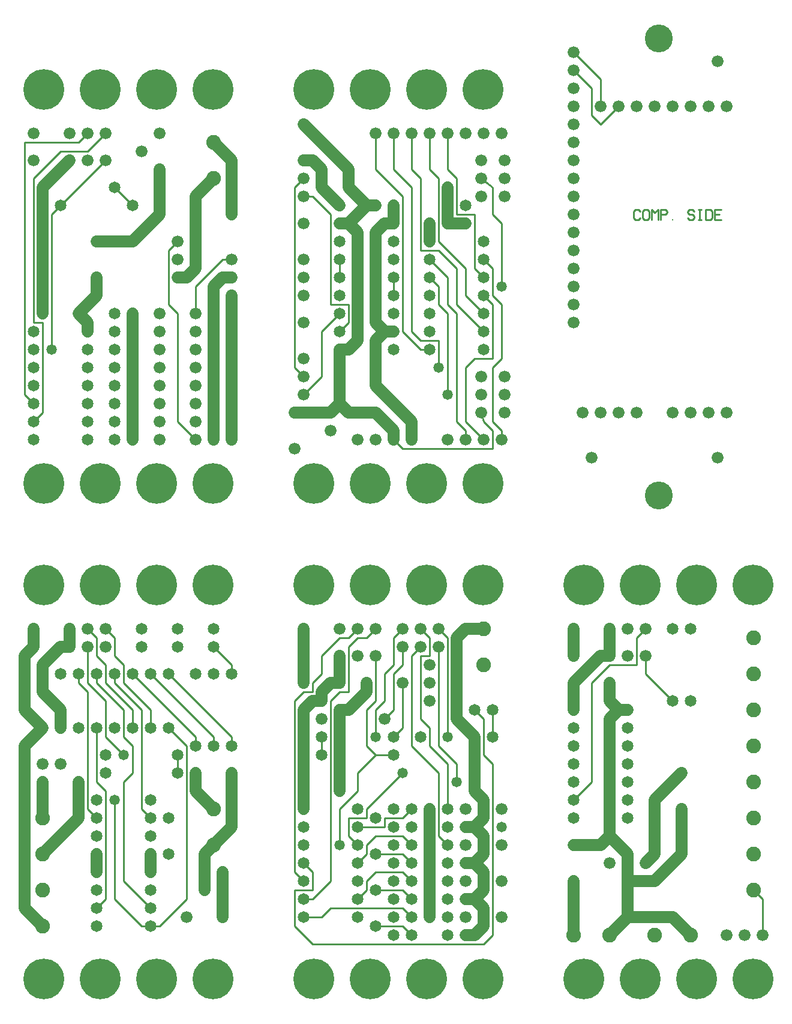
<source format=gtl>
%MOIN*%
%FSLAX25Y25*%
G04 D10 used for Character Trace; *
G04     Circle (OD=.01000) (No hole)*
G04 D11 used for Power Trace; *
G04     Circle (OD=.06700) (No hole)*
G04 D12 used for Signal Trace; *
G04     Circle (OD=.01100) (No hole)*
G04 D13 used for Via; *
G04     Circle (OD=.05800) (Round. Hole ID=.02800)*
G04 D14 used for Component hole; *
G04     Circle (OD=.06500) (Round. Hole ID=.03500)*
G04 D15 used for Component hole; *
G04     Circle (OD=.06600) (Round. Hole ID=.04200)*
G04 D16 used for Component hole; *
G04     Circle (OD=.08200) (Round. Hole ID=.05200)*
G04 D17 used for Component hole; *
G04     Circle (OD=.08900) (Round. Hole ID=.05900)*
G04 D18 used for Component hole; *
G04     Circle (OD=.11600) (Round. Hole ID=.08600)*
G04 D19 used for Component hole; *
G04     Circle (OD=.15500) (Round. Hole ID=.12500)*
G04 D20 used for Component hole; *
G04     Circle (OD=.18200) (Round. Hole ID=.15200)*
G04 D21 used for Component hole; *
G04     Circle (OD=.22600) (Round. Hole ID=.19600)*
%ADD10C,.01000*%
%ADD11C,.06700*%
%ADD12C,.01100*%
%ADD13C,.05800*%
%ADD14C,.06500*%
%ADD15C,.06600*%
%ADD16C,.08200*%
%ADD17C,.08900*%
%ADD18C,.11600*%
%ADD19C,.15500*%
%ADD20C,.18200*%
%ADD21C,.22600*%
%IPPOS*%
%LPD*%
G90*X0Y0D02*D21*X15625Y15625D03*D14*              
X45000Y45000D03*D16*X15000D03*D11*X5000Y55000D01* 
Y95000D01*D13*D03*D11*Y135000D01*D15*D03*D11*     
Y145000D01*X15000Y155000D01*D14*D03*D11*          
X5000Y165000D01*Y195000D01*X10000Y200000D01*D15*  
D03*D11*Y210000D01*D15*D03*D11*X15000Y190000D02*  
X25000Y200000D01*X15000Y175000D02*Y190000D01*D14* 
Y175000D03*D11*X25000Y165000D01*Y155000D01*D14*   
D03*X35000D03*D12*X40000Y110000D02*Y175000D01*    
X45000Y105000D02*X40000Y110000D01*D14*            
X45000Y105000D03*D13*X55000Y115000D03*D12*        
Y60000D01*X70000Y45000D01*X75000D01*D14*D03*D12*  
X80000D01*X95000Y60000D01*Y145000D01*             
X85000Y155000D01*D14*D03*D12*X75000D02*Y165000D01*
D14*Y155000D03*D12*X65000D02*Y165000D01*D14*      
Y155000D03*D12*Y145000D02*X60000Y150000D01*       
X65000Y130000D02*Y145000D01*X60000Y125000D02*     
X65000Y130000D01*X60000Y70000D02*Y125000D01*      
X75000Y55000D02*X60000Y70000D01*D14*              
X75000Y55000D03*Y65000D03*D15*X95000Y50000D03*D14*
X75000Y75000D03*D11*Y85000D01*D14*D03*X85000D03*  
X75000Y95000D03*X85000Y105000D03*X75000D03*D12*   
X70000Y110000D01*Y165000D01*X55000Y180000D01*     
Y185000D01*D14*D03*D12*X75000Y165000D02*          
X60000Y180000D01*X65000Y165000D02*                
X50000Y180000D01*Y190000D01*X45000Y195000D01*     
Y205000D01*X40000Y210000D01*D15*D03*              
X50000Y200000D03*X30000D03*D11*X25000D01*         
X30000D02*Y210000D01*D15*D03*X40000Y200000D03*D12*
Y180000D01*X50000Y170000D01*Y150000D01*           
X60000Y140000D01*D13*D03*D14*X50000Y130000D03*D12*
X60000Y150000D02*Y165000D01*X45000Y180000D01*     
Y185000D01*D14*D03*D12*X60000Y190000D02*          
X55000Y195000D01*X60000Y180000D02*Y190000D01*D14* 
X65000Y185000D03*D12*X100000Y150000D01*Y145000D01*
D14*D03*X110000D03*D12*Y150000D01*                
X75000Y185000D01*D14*D03*X85000D03*D12*           
X120000Y150000D01*Y145000D01*D14*D03*Y130000D03*  
D11*Y100000D01*X110000Y90000D01*D16*D03*D11*      
X105000Y85000D01*Y65000D01*D13*D03*               
X115000Y75000D03*D11*Y50000D01*D15*D03*D21*       
X78125Y15625D03*X109375D03*D16*X110000Y110000D03* 
D11*X100000Y120000D01*Y130000D01*D14*D03*         
X90000Y140000D03*D12*Y130000D01*D14*D03*          
X75000Y115000D03*X55000Y155000D03*                
X50000Y140000D03*D12*Y60000D02*Y120000D01*        
X45000Y55000D02*X50000Y60000D01*D14*              
X45000Y55000D03*Y65000D03*Y75000D03*D11*Y85000D01*
D14*D03*Y95000D03*D11*X15000Y85000D02*            
X35000Y105000D01*D16*X15000Y85000D03*D11*         
X35000Y105000D02*Y125000D01*D14*D03*              
X45000Y115000D03*D15*X25000Y135000D03*D12*        
X50000Y120000D02*X45000Y125000D01*Y155000D01*D14* 
D03*D12*X40000Y175000D02*X35000Y180000D01*        
Y185000D01*D14*D03*X25000D03*D12*X55000Y195000D02*
Y205000D01*X50000Y210000D01*D15*D03*D14*          
X70000Y200000D03*Y210000D03*D21*X46875Y234375D03* 
X78125D03*X15625D03*D14*X90000Y200000D03*         
Y210000D03*X100000Y185000D03*X110000D03*          
Y200000D03*D12*X120000Y190000D01*Y185000D01*D14*  
D03*X110000Y210000D03*D21*X109375Y234375D03*D15*  
X15000Y135000D03*D14*Y125000D03*D11*Y105000D01*   
D16*D03*Y65000D03*D21*X46875Y15625D03*G90*X0Y0D02*
D12*X165000Y35000D02*X155000Y45000D01*            
X165000Y35000D02*X260000D01*X265000Y40000D01*     
Y135000D01*X260000Y140000D01*Y160000D01*          
X255000Y165000D01*D14*D03*X265000D03*D12*         
Y150000D01*D14*D03*D11*X255000Y120000D02*         
Y150000D01*X260000Y115000D02*X255000Y120000D01*   
X260000Y110000D02*Y115000D01*D15*Y110000D03*D11*  
Y105000D01*X255000Y100000D01*X260000Y95000D01*    
Y90000D01*D15*D03*D11*Y85000D01*X255000Y80000D01* 
X260000Y75000D01*Y70000D01*D15*D03*D11*Y65000D01* 
X255000Y60000D01*X260000Y55000D01*Y50000D01*D15*  
D03*D11*Y45000D01*X255000Y40000D01*X250000D01*D14*
D03*X240000Y50000D03*D15*X250000D03*D14*          
X240000Y40000D03*X230000Y50000D03*D11*Y70000D01*  
D14*D03*D11*Y90000D01*D14*D03*D11*Y110000D01*D14* 
D03*X240000Y100000D03*X220000D03*                 
X240000Y110000D03*D12*Y135000D01*                 
X230000Y145000D01*Y155000D01*X225000Y160000D01*   
Y195000D01*X230000D01*Y205000D01*                 
X225000Y210000D01*D15*D03*X235000Y200000D03*D12*  
Y145000D01*X245000Y135000D01*Y125000D01*D13*D03*  
D12*X235000Y95000D02*Y130000D01*X240000Y90000D02* 
X235000Y95000D01*D14*X240000Y90000D03*            
X250000Y80000D03*D11*X255000D01*D15*              
X250000Y70000D03*Y90000D03*X270000Y70000D03*D14*  
X240000Y80000D03*D15*X270000Y90000D03*D14*        
X240000Y70000D03*D13*X270000Y100000D03*D14*       
X240000Y60000D03*X250000D03*D11*X255000D01*D15*   
X270000Y50000D03*D14*X220000Y90000D03*D12*        
X215000Y95000D01*X200000D01*X195000Y90000D01*     
Y85000D01*X190000Y80000D01*D14*D03*D13*           
X180000Y90000D03*D12*Y110000D01*X190000Y120000D01*
Y130000D01*X200000Y140000D01*X210000D01*D14*D03*  
D13*X200000Y150000D03*D12*Y165000D01*             
X205000Y170000D01*Y185000D01*X210000Y190000D01*   
Y205000D01*X215000Y210000D01*D15*D03*             
X225000Y200000D03*D12*X220000Y195000D01*          
Y145000D01*X235000Y130000D01*D11*                 
X255000Y150000D02*X245000Y160000D01*Y205000D01*   
X250000Y210000D01*X260000D01*D16*D03*Y190000D03*  
D12*X240000Y150000D02*Y205000D01*D13*Y150000D03*  
D14*X225000D03*D15*X230000Y170000D03*D12*         
X210000Y150000D02*X215000Y155000D01*D14*          
X210000Y150000D03*D12*X215000Y155000D02*          
Y180000D01*D15*D03*D12*X210000Y165000D02*         
Y185000D01*X205000Y160000D02*X210000Y165000D01*   
D15*X205000Y160000D03*D12*X195000Y145000D02*      
Y165000D01*X200000Y140000D02*X195000Y145000D01*   
D13*X215000Y130000D03*D12*X195000Y110000D01*      
Y105000D01*X185000D01*Y95000D01*X190000Y90000D01* 
D14*D03*X200000Y85000D03*D12*X215000D01*          
X220000Y80000D01*D14*D03*D12*Y70000D02*           
X215000Y75000D01*D14*X220000Y70000D03*D12*        
X200000Y75000D02*X215000D01*X195000Y70000D02*     
X200000Y75000D01*X195000Y65000D02*Y70000D01*      
X190000Y60000D02*X195000Y65000D01*D14*            
X190000Y60000D03*Y70000D03*Y50000D03*             
X200000Y65000D03*D12*X215000D01*X220000Y60000D01* 
D14*D03*D12*Y50000D02*X215000Y55000D01*D14*       
X220000Y50000D03*D12*X175000Y55000D02*X215000D01* 
X170000Y50000D02*X175000Y55000D01*                
X160000Y50000D02*X170000D01*D14*X160000D03*D12*   
X155000Y45000D02*Y65000D01*X165000D01*Y75000D01*  
X160000Y80000D01*D14*D03*D12*Y70000D02*           
X155000Y75000D01*D14*X160000Y70000D03*D12*        
X155000Y75000D02*Y170000D01*X160000Y175000D01*    
X165000D01*Y180000D01*X170000Y185000D01*          
Y195000D01*X180000Y205000D01*X185000D01*          
X190000Y210000D01*D15*D03*D12*Y205000D02*         
X195000D01*X185000Y200000D02*X190000Y205000D01*   
X185000Y175000D02*Y200000D01*X180000Y175000D02*   
X185000D01*X175000Y170000D02*X180000Y175000D01*   
X175000Y70000D02*Y170000D01*X165000Y60000D02*     
X175000Y70000D01*X160000Y60000D02*X165000D01*D14* 
X160000D03*Y90000D03*X190000Y100000D03*D12*       
X205000D01*Y105000D01*X215000D01*                 
X220000Y110000D01*D14*D03*X210000Y100000D03*      
Y110000D03*Y90000D03*X200000Y105000D03*           
X250000Y100000D03*D11*X255000D01*D15*             
X250000Y110000D03*X270000D03*D14*X210000Y80000D03*
Y70000D03*Y60000D03*Y50000D03*X200000Y45000D03*   
D12*X215000D01*X220000Y40000D01*D14*D03*          
X210000D03*D21*X196875Y15625D03*X228125D03*       
X259375D03*X165625D03*D14*X160000Y100000D03*      
X190000Y110000D03*X160000D03*D11*Y120000D01*D14*  
D03*D11*Y165000D01*X165000Y170000D01*X170000D01*  
Y175000D01*X175000Y180000D01*X180000D01*D15*D03*  
D11*Y195000D01*D15*D03*X190000D03*                
X195000Y180000D03*D11*Y175000D01*                 
X185000Y165000D01*X180000D01*D13*D03*D11*         
Y120000D01*D14*D03*X170000Y140000D03*D12*         
Y150000D01*D14*D03*D15*Y160000D03*D12*            
X195000Y165000D02*X200000Y170000D01*Y195000D01*   
D15*D03*D12*X210000Y185000D02*X215000Y190000D01*  
Y200000D01*D15*D03*X230000Y190000D03*             
X200000Y210000D03*D12*X195000Y205000D01*D15*      
X180000Y210000D03*D21*X165625Y234375D03*          
X196875D03*D15*X230000Y180000D03*                 
X160000Y210000D03*D11*Y195000D01*D15*D03*D11*     
Y180000D01*D15*D03*D21*X228125Y234375D03*D15*     
X235000Y210000D03*D12*X240000Y205000D01*D21*      
X259375Y234375D03*G90*X0Y0D02*D16*                
X310000Y40000D03*D11*Y70000D01*D14*D03*D11*       
Y90000D02*X325000D01*D14*X310000D03*D11*          
X325000D02*X330000Y95000D01*X340000Y85000D01*     
Y70000D01*D15*D03*D11*Y50000D01*X330000Y40000D01* 
D16*D03*D11*X340000Y50000D02*X365000D01*          
X375000Y40000D01*D16*D03*D15*X395000D03*D16*      
X355000D03*D21*X378125Y15625D03*D15*              
X405000Y40000D03*D11*X340000Y70000D02*X355000D01* 
D15*X350000Y80000D03*D11*X355000Y85000D01*        
Y115000D01*X370000Y130000D01*D15*D03*Y110000D03*  
D11*Y85000D01*X355000Y70000D01*X330000Y95000D02*  
Y160000D01*X335000Y165000D01*X340000D01*D14*D03*  
D11*X335000D02*X330000Y170000D01*Y180000D01*D14*  
D03*D12*X320000D02*X330000Y190000D01*             
X320000Y125000D02*Y180000D01*X310000Y115000D02*   
X320000Y125000D01*D14*X310000Y115000D03*          
Y125000D03*Y105000D03*Y135000D03*                 
X340000Y145000D03*Y105000D03*Y115000D03*          
X310000Y145000D03*X340000Y125000D03*Y135000D03*   
D15*X330000Y80000D03*D14*X340000Y155000D03*       
X310000D03*Y165000D03*D11*Y180000D01*D14*D03*D11* 
X325000Y195000D01*X330000D01*D15*D03*D11*         
Y210000D01*D15*D03*X340000D03*D12*                
X345000Y190000D02*Y205000D01*X330000Y190000D02*   
X345000D01*D15*X340000Y195000D03*D12*             
X345000Y205000D02*X350000Y210000D01*D15*D03*D14*  
X365000D03*D15*X350000Y195000D03*D12*Y185000D01*  
X365000Y170000D01*D14*D03*X375000D03*Y210000D03*  
D16*X410000Y125000D03*Y145000D03*Y165000D03*      
Y185000D03*Y205000D03*D15*X310000Y210000D03*D11*  
Y195000D01*D15*D03*D21*X346875Y234375D03*         
X315625D03*X378125D03*D16*X410000Y105000D03*D21*  
X409375Y234375D03*D16*X410000Y85000D03*Y65000D03* 
D12*X415000Y60000D01*Y40000D01*D15*D03*D21*       
X409375Y15625D03*X346875D03*X315625D03*G90*       
X0Y0D02*X109375Y290625D03*X78125D03*X46875D03*    
X15625D03*D15*X120000Y315000D03*D11*Y325000D01*   
D15*D03*D11*Y335000D01*D15*D03*D11*Y345000D01*D15*
D03*D11*Y355000D01*D15*D03*D11*Y365000D01*D15*D03*
D11*Y375000D01*D15*D03*D11*Y385000D01*D15*D03*D11*
Y395000D01*D15*D03*X110000Y385000D03*D11*         
Y375000D01*D15*D03*D11*Y365000D01*D15*D03*D11*    
Y355000D01*D15*D03*D11*Y345000D01*D15*D03*D11*    
Y335000D01*D15*D03*D11*Y325000D01*D15*D03*D11*    
Y315000D01*D15*D03*X100000Y325000D03*Y315000D03*  
D12*X90000Y325000D01*Y385000D01*X85000Y390000D01* 
Y420000D01*X90000Y425000D01*D15*D03*Y415000D03*   
D14*X100000Y440000D03*D11*Y410000D01*             
X95000Y405000D01*X90000D01*D15*D03*D12*           
X100000Y385000D02*Y400000D01*D15*Y385000D03*D11*  
X110000D02*Y400000D01*X115000Y405000D01*          
X120000D01*D15*D03*Y415000D03*D12*X115000D01*     
X100000Y400000D01*D15*X80000Y385000D03*Y375000D03*
X100000D03*D14*X65000Y365000D03*D11*Y355000D01*   
D14*D03*D11*Y345000D01*D14*D03*D11*Y335000D01*D14*
D03*D11*Y325000D01*D14*D03*D11*Y315000D01*D14*D03*
X55000Y325000D03*Y315000D03*D15*X80000D03*        
Y325000D03*Y335000D03*D14*X55000D03*X40000D03*    
Y325000D03*Y315000D03*D15*X80000Y345000D03*D14*   
X55000D03*X40000D03*D15*X100000Y335000D03*        
Y345000D03*Y355000D03*X80000D03*D14*X55000D03*    
X40000D03*D15*X100000Y365000D03*X80000D03*D12*    
X10000Y325000D02*X15000Y330000D01*D14*            
X10000Y325000D03*D12*X15000Y330000D02*Y380000D01* 
X10000D01*Y460000D01*X25000Y475000D01*X40000D01*  
X50000Y485000D01*D15*D03*X40000D03*D12*           
X35000Y480000D01*X5000D01*Y340000D01*             
X10000Y335000D01*D14*D03*Y345000D03*Y355000D03*   
Y315000D03*X40000Y365000D03*D13*X20000D03*D12*    
Y440000D01*X25000Y445000D01*D14*D03*D12*          
X50000Y470000D01*D15*D03*X40000D03*D14*           
X55000Y455000D03*D12*X65000Y445000D01*D14*D03*D11*
Y425000D02*X80000Y440000D01*X45000Y425000D02*     
X65000D01*D15*X45000D03*Y405000D03*D11*Y395000D01*
X35000Y385000D01*D14*D03*D11*X40000Y380000D01*    
Y375000D01*D14*D03*X55000Y365000D03*Y375000D03*   
Y385000D03*D11*X65000Y365000D02*Y375000D01*D14*   
D03*D11*Y385000D01*D14*D03*X15000D03*D11*         
Y455000D01*D14*D03*D11*X30000Y470000D01*D15*D03*  
Y485000D03*X10000D03*Y470000D03*D21*              
X46875Y509375D03*D15*X70000Y475000D03*D21*        
X15625Y509375D03*D11*X80000Y440000D02*Y465000D01* 
D15*D03*D11*X100000Y440000D02*Y450000D01*         
X110000Y460000D01*D16*D03*D11*X120000Y440000D02*  
Y470000D01*D14*Y440000D03*D11*Y470000D02*         
X110000Y480000D01*D16*D03*D21*X78125Y509375D03*   
D15*X80000Y485000D03*D21*X109375Y509375D03*D14*   
X10000Y375000D03*Y365000D03*G90*X0Y0D02*D21*      
X259375Y290625D03*X228125D03*X196875D03*          
X165625D03*D12*X215000Y310000D02*X265000D01*      
X215000D02*X210000Y315000D01*D15*D03*D11*         
Y320000D01*X200000Y330000D01*X185000D01*          
X180000Y335000D01*X175000Y330000D01*X155000D01*   
D15*D03*X160000Y340000D03*D12*X170000Y350000D01*  
Y375000D01*X180000Y385000D01*D14*D03*D12*         
Y375000D02*X185000Y380000D01*D14*                 
X180000Y375000D03*D12*X185000Y380000D02*          
Y390000D01*X175000D01*Y440000D01*                 
X165000Y450000D01*X160000D01*D15*D03*D12*         
X155000Y355000D02*Y455000D01*X160000Y350000D02*   
X155000Y355000D01*D15*X160000Y350000D03*          
Y360000D03*D11*X180000Y335000D02*Y365000D01*D14*  
D03*D11*X185000D01*X190000Y370000D01*Y430000D01*  
X185000Y435000D01*X180000D01*D14*D03*D11*         
X185000D02*X195000Y445000D01*X200000D01*D14*D03*  
D11*X195000D02*X185000Y455000D01*Y465000D01*      
X160000Y490000D01*D15*D03*D21*X165625Y509375D03*  
D15*X160000Y470000D03*D11*X165000D01*             
X170000Y465000D01*Y455000D01*X180000Y445000D01*   
D14*D03*D12*X215000Y450000D02*X200000Y465000D01*  
X215000Y375000D02*Y450000D01*X225000Y365000D02*   
X215000Y375000D01*X225000Y365000D02*X230000D01*   
D14*D03*D12*X235000Y355000D02*Y370000D01*D13*     
Y355000D03*D12*X250000Y325000D02*Y355000D01*      
X260000Y315000D02*X250000Y325000D01*D15*          
X260000Y315000D03*D12*X265000Y310000D02*          
Y320000D01*X260000Y325000D01*X258500Y330000D01*   
D15*D03*D12*X270000Y320000D02*X265000Y325000D01*  
X270000Y315000D02*Y320000D01*D15*Y315000D03*D12*  
X265000Y325000D02*Y355000D01*X270000Y360000D01*   
Y390000D01*X265000Y395000D01*Y410000D01*          
X260000Y415000D01*D14*D03*D12*Y405000D02*         
X255000Y410000D01*D14*X260000Y405000D03*D12*      
X255000Y410000D02*Y440000D01*X245000D01*          
Y460000D01*X240000Y465000D01*Y485000D01*D15*D03*  
X250000D03*X230000D03*D12*Y465000D01*             
X235000Y460000D01*Y425000D01*X250000Y410000D01*   
Y395000D01*X260000Y385000D01*D14*D03*D12*         
X265000Y360000D02*Y390000D01*X255000Y360000D02*   
X265000D01*X250000Y355000D02*X255000Y360000D01*   
D14*X260000Y365000D03*D15*X258500Y350000D03*D12*  
X225000Y370000D02*X235000D01*X225000D02*          
X220000Y375000D01*Y455000D01*X210000Y465000D01*   
Y485000D01*D15*D03*X220000D03*D12*Y465000D01*     
X225000Y460000D01*Y420000D01*X235000D01*          
X245000Y410000D01*Y390000D01*X260000Y375000D01*   
D14*D03*D12*X245000Y325000D02*Y385000D01*         
X250000Y320000D02*X245000Y325000D01*              
X250000Y315000D02*Y320000D01*D15*Y315000D03*      
X240000D03*X271500Y330000D03*Y340000D03*          
X258500D03*D13*X240000D03*D12*Y385000D01*         
X235000Y390000D01*Y400000D01*X230000Y405000D01*   
D14*D03*D12*X240000Y390000D02*Y405000D01*         
X245000Y385000D02*X240000Y390000D01*D14*          
X230000Y395000D03*Y385000D03*X260000Y395000D03*   
D12*X265000Y390000D01*D13*X270000Y400000D03*D12*  
Y435000D01*X265000Y440000D01*Y455000D01*          
X258500Y460000D01*D15*D03*X271500Y450000D03*      
Y470000D03*Y460000D03*X258500Y470000D03*          
Y450000D03*D14*X250000Y445000D03*D13*             
X240000Y455000D03*D11*Y435000D01*X250000D01*D14*  
D03*X260000Y425000D03*X230000Y415000D03*D12*      
X240000Y405000D01*D14*X230000Y425000D03*D11*      
Y435000D01*D14*D03*X210000Y415000D03*Y445000D03*  
D11*Y435000D01*D14*D03*D11*X205000D01*            
X200000Y430000D01*Y380000D01*X205000Y375000D01*   
X200000Y370000D01*Y345000D01*X220000Y325000D01*   
Y315000D01*D15*D03*X200000D03*X190000D03*         
X175000Y320000D03*D14*X210000Y365000D03*D15*      
X271500Y350000D03*D14*X230000Y375000D03*          
X210000D03*D11*X205000D01*D14*X210000Y385000D03*  
Y395000D03*D12*Y405000D01*D14*D03*Y425000D03*     
X180000D03*Y415000D03*D12*Y405000D01*D14*D03*     
Y395000D03*D15*X160000Y415000D03*Y405000D03*      
Y395000D03*Y380000D03*Y435000D03*D12*             
X155000Y455000D02*X160000Y460000D01*D15*D03*D12*  
X200000Y465000D02*Y485000D01*D15*D03*D21*         
X196875Y509375D03*X228125D03*D15*                 
X260000Y485000D03*D21*X259375Y509375D03*D15*      
X270000Y485000D03*X155000Y310000D03*G90*X0Y0D02*  
X320000Y305000D03*X325000Y330000D03*X315000D03*   
X335000D03*X345000D03*D19*X357300Y284100D03*D15*  
X365000Y330000D03*X375000D03*X310000Y380000D03*   
X385000Y330000D03*X310000Y390000D03*              
X390000Y305000D03*X395000Y330000D03*              
X310000Y400000D03*Y410000D03*Y420000D03*          
Y430000D03*D10*X346674Y438086D02*                 
X345837Y437129D01*X344163D01*X343326Y438086D01*   
Y441914D01*X344163Y442871D01*X345837D01*          
X346674Y441914D01*X351674Y438086D02*              
X350837Y437129D01*X349163D01*X348326Y438086D01*   
Y441914D01*X349163Y442871D01*X350837D01*          
X351674Y441914D01*Y438086D01*X353326Y437129D02*   
Y442871D01*X355000Y440957D01*X356674Y442871D01*   
Y437129D01*X358326D02*Y442871D01*X360837D01*      
X361674Y441914D01*Y440957D01*X360837Y440000D01*   
X358326D01*X365000Y437129D03*X376674Y441914D02*   
X375837Y442871D01*X374163D01*X373326Y441914D01*   
Y440957D01*X374163Y440000D01*X375837D01*          
X376674Y439043D01*Y438086D01*X375837Y437129D01*   
X374163D01*X373326Y438086D01*X380000Y437129D02*   
Y442871D01*X379163Y437129D02*X380837D01*          
X379163Y442871D02*X380837D01*X383326Y437129D02*   
Y442871D01*X385837D01*X386674Y441914D01*          
Y438086D01*X385837Y437129D01*X383326D01*          
X391674D02*X388326D01*Y442871D01*X391674D01*      
X388326Y440000D02*X390837D01*D15*X310000D03*      
Y450000D03*Y460000D03*Y470000D03*Y480000D03*D12*  
X325000Y490000D02*X335000Y500000D01*D15*D03*D12*  
X325000Y490000D02*X320000Y495000D01*Y510000D01*   
X310000Y520000D01*D15*D03*Y530000D03*D12*         
X325000Y515000D01*Y500000D01*D15*D03*             
X310000Y510000D03*Y500000D03*Y490000D03*          
X345000Y500000D03*X355000D03*D19*                 
X357300Y537900D03*D15*X365000Y500000D03*          
X375000D03*X385000D03*X390000Y525000D03*          
X395000Y500000D03*M02*                            

</source>
